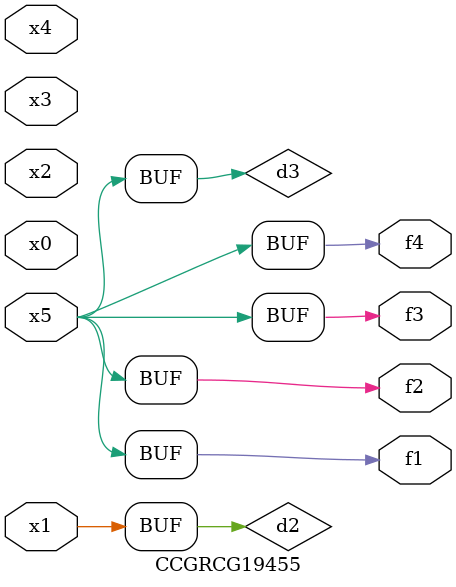
<source format=v>
module CCGRCG19455(
	input x0, x1, x2, x3, x4, x5,
	output f1, f2, f3, f4
);

	wire d1, d2, d3;

	not (d1, x5);
	or (d2, x1);
	xnor (d3, d1);
	assign f1 = d3;
	assign f2 = d3;
	assign f3 = d3;
	assign f4 = d3;
endmodule

</source>
